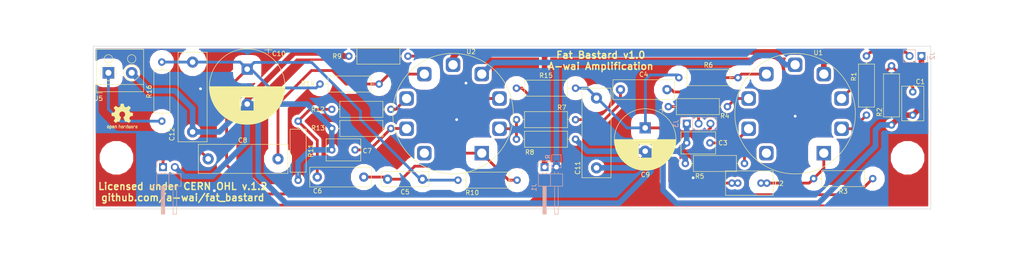
<source format=kicad_pcb>
(kicad_pcb (version 20171130) (host pcbnew 5.0.2+dfsg1-1)
  (layers (0 F.Cu signal) (31 B.Cu signal) (34 B.Paste user) (35 F.Paste user) (36 B.SilkS user) (37 F.SilkS user) (38 B.Mask user) (39 F.Mask user) (44 Edge.Cuts user))
  (net 0 "")
  (net 1 GNDA)
  (net 2 "Net-(C1-Pad2)")
  (net 3 "Net-(C2-Pad1)")
  (net 4 /HT1)
  (net 5 "Net-(C3-Pad2)")
  (net 6 /HT2)
  (net 7 "Net-(C4-Pad1)")
  (net 8 B+)
  (net 9 /HT3)
  (net 10 "Net-(C6-Pad1)")
  (net 11 "Net-(C7-Pad2)")
  (net 12 "Net-(C8-Pad1)")
  (net 13 /HT4)
  (net 14 C+)
  (net 15 +12V)
  (net 16 GND)
  (net 17 "Net-(J2-Pad2)")
  (net 18 "Net-(J3-Pad2)")
  (net 19 "Net-(J5-Pad1)")
  (net 20 "Net-(R1-Pad1)")
  (net 21 "Net-(R4-Pad1)")
  (net 22 "Net-(R7-Pad2)")
  (net 23 "Net-(R9-Pad1)")
  (net 24 "Net-(R12-Pad1)")
  (net 25 "Net-(R17-Pad1)")
  (module ProjectLib:Valve_Noval-B9A_Belton-VT9-PT_Socket (layer F.Cu) (at 217 83 180)
    (fp_text reference U1 (at 1.2016 21.5828 180) (layer F.SilkS))
    (fp_text value ECC83)
    (pad 9 thru_hole roundrect (at 12.34 0 180) (size 3.1 3.1) (drill 2) (layers *.Cu *.Mask))
    (pad 8 thru_hole roundrect (at 16.16 5.25 180) (size 3.1 3.1) (drill 2) (layers *.Cu *.Mask) (net 5 "Net-(C3-Pad2)"))
    (pad 7 thru_hole roundrect (at 16.16 11.74 180) (size 3.1 3.1) (drill 2) (layers *.Cu *.Mask) (net 21 "Net-(R4-Pad1)"))
    (pad 6 thru_hole roundrect (at 12.34 16.99 180) (size 3.1 3.1) (drill 2) (layers *.Cu *.Mask) (net 6 /HT2))
    (pad 5 thru_hole roundrect (at 6.17 18.99 180) (size 3.1 3.1) (drill 2) (layers *.Cu *.Mask) (net 25 "Net-(R17-Pad1)"))
    (pad 4 thru_hole roundrect (at 0 16.99 180) (size 3.1 3.1) (drill 2) (layers *.Cu *.Mask) (net 15 +12V))
    (pad 3 thru_hole roundrect (at -3.81 11.74 180) (size 3.1 3.1) (drill 2) (layers *.Cu *.Mask) (net 2 "Net-(C1-Pad2)"))
    (pad 2 thru_hole roundrect (at -3.81 5.25 180) (size 3.1 3.1) (drill 2) (layers *.Cu *.Mask) (net 20 "Net-(R1-Pad1)"))
    (pad 1 thru_hole rect (at 0 0 180) (size 3.1 3.1) (drill 2) (layers *.Cu *.Mask) (net 4 /HT1))
  )
  (module ProjectLib:Valve_Noval-B9A_Belton-VT9-PT_Socket (layer F.Cu) (at 143.5 83 180)
    (fp_text reference U2 (at 2.3014 21.8114 180) (layer F.SilkS))
    (fp_text value ECC83)
    (pad 9 thru_hole roundrect (at 12.34 0 180) (size 3.1 3.1) (drill 2) (layers *.Cu *.Mask))
    (pad 8 thru_hole roundrect (at 16.16 5.25 180) (size 3.1 3.1) (drill 2) (layers *.Cu *.Mask) (net 11 "Net-(C7-Pad2)"))
    (pad 7 thru_hole roundrect (at 16.16 11.74 180) (size 3.1 3.1) (drill 2) (layers *.Cu *.Mask) (net 24 "Net-(R12-Pad1)"))
    (pad 6 thru_hole roundrect (at 12.34 16.99 180) (size 3.1 3.1) (drill 2) (layers *.Cu *.Mask) (net 13 /HT4))
    (pad 5 thru_hole roundrect (at 6.17 18.99 180) (size 3.1 3.1) (drill 2) (layers *.Cu *.Mask) (net 15 +12V))
    (pad 4 thru_hole roundrect (at 0 16.99 180) (size 3.1 3.1) (drill 2) (layers *.Cu *.Mask) (net 25 "Net-(R17-Pad1)"))
    (pad 3 thru_hole roundrect (at -3.81 11.74 180) (size 3.1 3.1) (drill 2) (layers *.Cu *.Mask) (net 23 "Net-(R9-Pad1)"))
    (pad 2 thru_hole roundrect (at -3.81 5.25 180) (size 3.1 3.1) (drill 2) (layers *.Cu *.Mask) (net 22 "Net-(R7-Pad2)"))
    (pad 1 thru_hole rect (at 0 0 180) (size 3.1 3.1) (drill 2) (layers *.Cu *.Mask) (net 9 /HT3))
  )
  (module MountingHole:MountingHole_3.2mm_M3 (layer F.Cu) (at 235 84)
    (fp_text reference DR1 hide)
    (fp_text value FIX)
    (pad "" np_thru_hole circle (at 0 0) (size 3.2 3.2) (drill 3.2) (layers *.Cu *.Mask) (clearance 2))
  )
  (module MountingHole:MountingHole_3.2mm_M3 (layer F.Cu) (at 65 84)
    (fp_text reference DR1 hide)
    (fp_text value FIX)
    (pad "" np_thru_hole circle (at 0 0) (size 3.2 3.2) (drill 3.2) (layers *.Cu *.Mask) (clearance 2))
  )
  (module Capacitor_THT:C_Rect_L10.0mm_W5.0mm_P5.00mm_P7.50mm (layer F.Cu) (at 197.2564 89.4334)
    (fp_text reference C2 (at 10.1346 0.0762) (layer F.SilkS))
    (fp_text value 500p)
    (pad 1 thru_hole circle (at 1.25 0) (size 1.6 1.6) (drill 0.8) (layers *.Cu *.Mask) (net 3 "Net-(C2-Pad1)"))
    (pad 2 thru_hole circle (at 6.25 0) (size 1.6 1.6) (drill 0.8) (layers *.Cu *.Mask) (net 4 /HT1))
    (pad 1 thru_hole circle (at 0 0) (size 1.6 1.6) (drill 0.8) (layers *.Cu *.Mask) (net 3 "Net-(C2-Pad1)"))
    (pad 2 thru_hole circle (at 7.5 0) (size 1.6 1.6) (drill 0.8) (layers *.Cu *.Mask) (net 4 /HT1))
  )
  (module Connector_PinHeader_2.54mm:PinHeader_1x02_P2.54mm_Horizontal (layer B.Cu) (at 157 86 270)
    (fp_text reference J1 (at 4.385 2.27 270) (layer B.SilkS) (effects (justify mirror)))
    (fp_text value LD_12V)
    (pad 1 thru_hole rect (at 0 0 270) (size 1.7 1.7) (drill 1) (layers *.Cu *.Mask) (net 15 +12V))
    (pad 2 thru_hole oval (at 0 -2.54 270) (size 1.7 1.7) (drill 1) (layers *.Cu *.Mask) (net 16 GND))
  )
  (module Connector_PinHeader_2.54mm:PinHeader_1x02_P2.54mm_Vertical (layer B.Cu) (at 237.9726 62.1284 90)
    (fp_text reference J2 (at 0 2.33 90) (layer B.SilkS) (effects (justify mirror)))
    (fp_text value LD_IN)
    (pad 1 thru_hole rect (at 0 0 90) (size 1.7 1.7) (drill 1) (layers *.Cu *.Mask) (net 1 GNDA))
    (pad 2 thru_hole oval (at 0 -2.54 90) (size 1.7 1.7) (drill 1) (layers *.Cu *.Mask) (net 17 "Net-(J2-Pad2)"))
  )
  (module Connector_PinHeader_2.54mm:PinHeader_1x03_P2.54mm_Vertical (layer B.Cu) (at 187.5536 76.6572 270)
    (fp_text reference J3 (at 0 2.33 270) (layer B.SilkS) (effects (justify mirror)))
    (fp_text value LD_GAIN)
    (pad 1 thru_hole rect (at 0 0 270) (size 1.7 1.7) (drill 1) (layers *.Cu *.Mask) (net 1 GNDA))
    (pad 2 thru_hole oval (at 0 -2.54 270) (size 1.7 1.7) (drill 1) (layers *.Cu *.Mask) (net 18 "Net-(J3-Pad2)"))
    (pad 3 thru_hole oval (at 0 -5.08 270) (size 1.7 1.7) (drill 1) (layers *.Cu *.Mask) (net 3 "Net-(C2-Pad1)"))
  )
  (module Connector_PinHeader_2.54mm:PinHeader_1x02_P2.54mm_Horizontal (layer B.Cu) (at 75 86 270)
    (fp_text reference J4 (at 4.385 2.27 270) (layer B.SilkS) (effects (justify mirror)))
    (fp_text value LD_OUT)
    (pad 2 thru_hole oval (at 0 -2.54 270) (size 1.7 1.7) (drill 1) (layers *.Cu *.Mask) (net 1 GNDA))
    (pad 1 thru_hole rect (at 0 0 270) (size 1.7 1.7) (drill 1) (layers *.Cu *.Mask) (net 12 "Net-(C8-Pad1)"))
  )
  (module Resistor_THT:R_Axial_DIN0309_L9.0mm_D3.2mm_P12.70mm_Horizontal (layer F.Cu) (at 226.1616 74.8284 90)
    (fp_text reference R1 (at 8.2804 -2.7178 90) (layer F.SilkS))
    (fp_text value 68k)
    (pad 1 thru_hole circle (at 0 0 90) (size 1.6 1.6) (drill 0.8) (layers *.Cu *.Mask) (net 20 "Net-(R1-Pad1)"))
    (pad 2 thru_hole oval (at 12.7 0 90) (size 1.6 1.6) (drill 0.8) (layers *.Cu *.Mask) (net 17 "Net-(J2-Pad2)"))
  )
  (module Resistor_THT:R_Axial_DIN0309_L9.0mm_D3.2mm_P12.70mm_Horizontal (layer F.Cu) (at 231.5464 64.2366 270)
    (fp_text reference R2 (at 9.9568 2.5908 270) (layer F.SilkS))
    (fp_text value 1.8k)
    (pad 2 thru_hole oval (at 12.7 0 270) (size 1.6 1.6) (drill 0.8) (layers *.Cu *.Mask) (net 1 GNDA))
    (pad 1 thru_hole circle (at 0 0 270) (size 1.6 1.6) (drill 0.8) (layers *.Cu *.Mask) (net 2 "Net-(C1-Pad2)"))
  )
  (module Resistor_THT:R_Axial_DIN0309_L9.0mm_D3.2mm_P12.70mm_Horizontal (layer F.Cu) (at 227.5078 88.4682 180)
    (fp_text reference R3 (at 6.35 -2.72 180) (layer F.SilkS))
    (fp_text value 220k)
    (pad 2 thru_hole oval (at 12.7 0 180) (size 1.6 1.6) (drill 0.8) (layers *.Cu *.Mask) (net 4 /HT1))
    (pad 1 thru_hole circle (at 0 0 180) (size 1.6 1.6) (drill 0.8) (layers *.Cu *.Mask) (net 14 C+))
  )
  (module Resistor_THT:R_Axial_DIN0309_L9.0mm_D3.2mm_P12.70mm_Horizontal (layer F.Cu) (at 196.2912 72.9996 180)
    (fp_text reference R4 (at 0.5588 -2.0066 180) (layer F.SilkS))
    (fp_text value 470k)
    (pad 2 thru_hole oval (at 12.7 0 180) (size 1.6 1.6) (drill 0.8) (layers *.Cu *.Mask) (net 18 "Net-(J3-Pad2)"))
    (pad 1 thru_hole circle (at 0 0 180) (size 1.6 1.6) (drill 0.8) (layers *.Cu *.Mask) (net 21 "Net-(R4-Pad1)"))
  )
  (module Resistor_THT:R_Axial_DIN0309_L9.0mm_D3.2mm_P12.70mm_Horizontal (layer F.Cu) (at 199.9488 85.217 180)
    (fp_text reference R5 (at 9.6266 -2.7432 180) (layer F.SilkS))
    (fp_text value 1.8k)
    (pad 2 thru_hole oval (at 12.7 0 180) (size 1.6 1.6) (drill 0.8) (layers *.Cu *.Mask) (net 1 GNDA))
    (pad 1 thru_hole circle (at 0 0 180) (size 1.6 1.6) (drill 0.8) (layers *.Cu *.Mask) (net 5 "Net-(C3-Pad2)"))
  )
  (module Resistor_THT:R_Axial_DIN0309_L9.0mm_D3.2mm_P12.70mm_Horizontal (layer F.Cu) (at 185.8518 66.7766)
    (fp_text reference R6 (at 6.35 -2.72) (layer F.SilkS))
    (fp_text value 100k)
    (pad 1 thru_hole circle (at 0 0) (size 1.6 1.6) (drill 0.8) (layers *.Cu *.Mask) (net 14 C+))
    (pad 2 thru_hole oval (at 12.7 0) (size 1.6 1.6) (drill 0.8) (layers *.Cu *.Mask) (net 6 /HT2))
  )
  (module Resistor_THT:R_Axial_DIN0309_L9.0mm_D3.2mm_P12.70mm_Horizontal (layer F.Cu) (at 163.6522 75.7936 180)
    (fp_text reference R7 (at 2.9464 2.5908 180) (layer F.SilkS))
    (fp_text value 470k)
    (pad 2 thru_hole oval (at 12.7 0 180) (size 1.6 1.6) (drill 0.8) (layers *.Cu *.Mask) (net 22 "Net-(R7-Pad2)"))
    (pad 1 thru_hole circle (at 0 0 180) (size 1.6 1.6) (drill 0.8) (layers *.Cu *.Mask) (net 7 "Net-(C4-Pad1)"))
  )
  (module Resistor_THT:R_Axial_DIN0309_L9.0mm_D3.2mm_P12.70mm_Horizontal (layer F.Cu) (at 150.9522 80.01)
    (fp_text reference R8 (at 2.8448 2.794) (layer F.SilkS))
    (fp_text value 1M)
    (pad 2 thru_hole oval (at 12.7 0) (size 1.6 1.6) (drill 0.8) (layers *.Cu *.Mask) (net 1 GNDA))
    (pad 1 thru_hole circle (at 0 0) (size 1.6 1.6) (drill 0.8) (layers *.Cu *.Mask) (net 22 "Net-(R7-Pad2)"))
  )
  (module Resistor_THT:R_Axial_DIN0309_L9.0mm_D3.2mm_P12.70mm_Horizontal (layer F.Cu) (at 127.635 62.1538 180)
    (fp_text reference R9 (at 15.24 -0.0254 180) (layer F.SilkS))
    (fp_text value 27k)
    (pad 1 thru_hole circle (at 0 0 180) (size 1.6 1.6) (drill 0.8) (layers *.Cu *.Mask) (net 23 "Net-(R9-Pad1)"))
    (pad 2 thru_hole oval (at 12.7 0 180) (size 1.6 1.6) (drill 0.8) (layers *.Cu *.Mask) (net 1 GNDA))
  )
  (module Resistor_THT:R_Axial_DIN0309_L9.0mm_D3.2mm_P12.70mm_Horizontal (layer F.Cu) (at 138.3792 88.7984)
    (fp_text reference R10 (at 3.0734 2.6924) (layer F.SilkS))
    (fp_text value 100k)
    (pad 1 thru_hole circle (at 0 0) (size 1.6 1.6) (drill 0.8) (layers *.Cu *.Mask) (net 8 B+))
    (pad 2 thru_hole oval (at 12.7 0) (size 1.6 1.6) (drill 0.8) (layers *.Cu *.Mask) (net 9 /HT3))
  )
  (module Resistor_THT:R_Axial_DIN0309_L9.0mm_D3.2mm_P12.70mm_Horizontal (layer F.Cu) (at 104.0384 76.1238 270)
    (fp_text reference R11 (at 6.35 -2.72 270) (layer F.SilkS))
    (fp_text value 330k)
    (pad 1 thru_hole circle (at 0 0 270) (size 1.6 1.6) (drill 0.8) (layers *.Cu *.Mask) (net 10 "Net-(C6-Pad1)"))
    (pad 2 thru_hole oval (at 12.7 0 270) (size 1.6 1.6) (drill 0.8) (layers *.Cu *.Mask) (net 1 GNDA))
  )
  (module Resistor_THT:R_Axial_DIN0309_L9.0mm_D3.2mm_P12.70mm_Horizontal (layer F.Cu) (at 123.9774 73.5838 180)
    (fp_text reference R12 (at 15.6972 -0.0254 180) (layer F.SilkS))
    (fp_text value 220k)
    (pad 2 thru_hole oval (at 12.7 0 180) (size 1.6 1.6) (drill 0.8) (layers *.Cu *.Mask) (net 10 "Net-(C6-Pad1)"))
    (pad 1 thru_hole circle (at 0 0 180) (size 1.6 1.6) (drill 0.8) (layers *.Cu *.Mask) (net 24 "Net-(R12-Pad1)"))
  )
  (module Resistor_THT:R_Axial_DIN0309_L9.0mm_D3.2mm_P12.70mm_Horizontal (layer F.Cu) (at 123.9774 77.6986 180)
    (fp_text reference R13 (at 15.6718 0.1016 180) (layer F.SilkS))
    (fp_text value 1.8k)
    (pad 1 thru_hole circle (at 0 0 180) (size 1.6 1.6) (drill 0.8) (layers *.Cu *.Mask) (net 11 "Net-(C7-Pad2)"))
    (pad 2 thru_hole oval (at 12.7 0 180) (size 1.6 1.6) (drill 0.8) (layers *.Cu *.Mask) (net 1 GNDA))
  )
  (module Resistor_THT:R_Axial_DIN0309_L9.0mm_D3.2mm_P12.70mm_Horizontal (layer F.Cu) (at 108.7374 68.1482)
    (fp_text reference R14 (at -2.6162 -0.0762) (layer F.SilkS))
    (fp_text value 220k)
    (pad 1 thru_hole circle (at 0 0) (size 1.6 1.6) (drill 0.8) (layers *.Cu *.Mask) (net 8 B+))
    (pad 2 thru_hole oval (at 12.7 0) (size 1.6 1.6) (drill 0.8) (layers *.Cu *.Mask) (net 13 /HT4))
  )
  (module Resistor_THT:R_Axial_DIN0309_L9.0mm_D3.2mm_P12.70mm_Horizontal (layer F.Cu) (at 150.9522 69.0372)
    (fp_text reference R15 (at 6.35 -2.72) (layer F.SilkS))
    (fp_text value 2.2k)
    (pad 2 thru_hole oval (at 12.7 0) (size 1.6 1.6) (drill 0.8) (layers *.Cu *.Mask) (net 14 C+))
    (pad 1 thru_hole circle (at 0 0) (size 1.6 1.6) (drill 0.8) (layers *.Cu *.Mask) (net 8 B+))
  )
  (module Resistor_THT:R_Axial_DIN0309_L9.0mm_D3.2mm_P12.70mm_Horizontal (layer F.Cu) (at 74.7522 76.1238 90)
    (fp_text reference R16 (at 6.35 -2.72 90) (layer F.SilkS))
    (fp_text value 1k)
    (pad 1 thru_hole circle (at 0 0 90) (size 1.6 1.6) (drill 0.8) (layers *.Cu *.Mask) (net 19 "Net-(J5-Pad1)"))
    (pad 2 thru_hole oval (at 12.7 0 90) (size 1.6 1.6) (drill 0.8) (layers *.Cu *.Mask) (net 8 B+))
  )
  (module TerminalBlock_RND:TerminalBlock_RND_205-00001_1x02_P5.00mm_Horizontal (layer F.Cu) (at 63.2714 65.7352)
    (fp_text reference J5 (at -2.032 5.5118) (layer F.SilkS))
    (fp_text value HT_IN)
    (pad 2 thru_hole circle (at 5 0) (size 2.5 2.5) (drill 1.3) (layers *.Cu *.Mask) (net 1 GNDA))
    (pad 1 thru_hole rect (at 0 0) (size 2.5 2.5) (drill 1.3) (layers *.Cu *.Mask) (net 19 "Net-(J5-Pad1)"))
  )
  (module Capacitor_THT:C_Rect_L7.2mm_W4.5mm_P5.00mm_FKS2_FKP2_MKS2_MKP2 (layer F.Cu) (at 236.1184 74.8284 90)
    (fp_text reference C1 (at 7.1882 1.6256 180) (layer F.SilkS))
    (fp_text value 1µ)
    (pad 1 thru_hole circle (at 0 0 90) (size 1.6 1.6) (drill 0.8) (layers *.Cu *.Mask) (net 1 GNDA))
    (pad 2 thru_hole circle (at 5 0 90) (size 1.6 1.6) (drill 0.8) (layers *.Cu *.Mask) (net 2 "Net-(C1-Pad2)"))
  )
  (module Capacitor_THT:C_Rect_L7.2mm_W4.5mm_P5.00mm_FKS2_FKP2_MKS2_MKP2 (layer F.Cu) (at 187.5282 80.7974)
    (fp_text reference C3 (at 7.7978 0) (layer F.SilkS))
    (fp_text value 1µ)
    (pad 1 thru_hole circle (at 0 0) (size 1.6 1.6) (drill 0.8) (layers *.Cu *.Mask) (net 1 GNDA))
    (pad 2 thru_hole circle (at 5 0) (size 1.6 1.6) (drill 0.8) (layers *.Cu *.Mask) (net 5 "Net-(C3-Pad2)"))
  )
  (module Capacitor_THT:C_Rect_L7.2mm_W4.5mm_P5.00mm_FKS2_FKP2_MKS2_MKP2 (layer F.Cu) (at 111.2774 82.296)
    (fp_text reference C7 (at 7.62 0.2032) (layer F.SilkS))
    (fp_text value 1µ)
    (pad 2 thru_hole circle (at 5 0) (size 1.6 1.6) (drill 0.8) (layers *.Cu *.Mask) (net 11 "Net-(C7-Pad2)"))
    (pad 1 thru_hole circle (at 0 0) (size 1.6 1.6) (drill 0.8) (layers *.Cu *.Mask) (net 1 GNDA))
  )
  (module Capacitor_THT:C_Rect_L13.0mm_W4.0mm_P10.00mm_FKS3_FKP3_MKS4 (layer F.Cu) (at 173.3042 69.342)
    (fp_text reference C4 (at 5 -3.25) (layer F.SilkS))
    (fp_text value 22n)
    (pad 2 thru_hole circle (at 10 0) (size 2 2) (drill 1) (layers *.Cu *.Mask) (net 6 /HT2))
    (pad 1 thru_hole circle (at 0 0) (size 2 2) (drill 1) (layers *.Cu *.Mask) (net 7 "Net-(C4-Pad1)"))
  )
  (module Capacitor_THT:C_Rect_L10.0mm_W3.0mm_P7.50mm_MKS4 (layer F.Cu) (at 130.7592 88.5952 180)
    (fp_text reference C5 (at 3.75 -2.75 180) (layer F.SilkS))
    (fp_text value 1n)
    (pad 1 thru_hole circle (at 0 0 180) (size 2 2) (drill 1) (layers *.Cu *.Mask) (net 8 B+))
    (pad 2 thru_hole circle (at 7.5 0 180) (size 2 2) (drill 1) (layers *.Cu *.Mask) (net 9 /HT3))
  )
  (module Capacitor_THT:C_Rect_L13.0mm_W4.0mm_P10.00mm_FKS3_FKP3_MKS4 (layer F.Cu) (at 108.1532 88.138)
    (fp_text reference C6 (at 0.0508 2.9972) (layer F.SilkS))
    (fp_text value 22n)
    (pad 1 thru_hole circle (at 0 0) (size 2 2) (drill 1) (layers *.Cu *.Mask) (net 10 "Net-(C6-Pad1)"))
    (pad 2 thru_hole circle (at 10 0) (size 2 2) (drill 1) (layers *.Cu *.Mask) (net 9 /HT3))
  )
  (module Capacitor_THT:C_Rect_L19.0mm_W6.0mm_P15.00mm_MKS4 (layer F.Cu) (at 84.709 84.2264)
    (fp_text reference C8 (at 7.4168 -3.9878) (layer F.SilkS))
    (fp_text value 100n)
    (pad 1 thru_hole circle (at 0 0) (size 2.4 2.4) (drill 1.2) (layers *.Cu *.Mask) (net 12 "Net-(C8-Pad1)"))
    (pad 2 thru_hole circle (at 15 0) (size 2.4 2.4) (drill 1.2) (layers *.Cu *.Mask) (net 13 /HT4))
  )
  (module Capacitor_THT:CP_Radial_D13.0mm_P5.00mm (layer F.Cu) (at 178.6128 77.5716 270)
    (fp_text reference C9 (at 10.0584 -0.0508) (layer F.SilkS))
    (fp_text value 10µ/450V)
    (pad 1 thru_hole rect (at 0 0 270) (size 2.4 2.4) (drill 1.2) (layers *.Cu *.Mask) (net 14 C+))
    (pad 2 thru_hole circle (at 5 0 270) (size 2.4 2.4) (drill 1.2) (layers *.Cu *.Mask) (net 1 GNDA))
  )
  (module Capacitor_THT:CP_Radial_D16.0mm_P7.50mm (layer F.Cu) (at 93.091 64.9478 270)
    (fp_text reference C10 (at -3.3274 -6.8072) (layer F.SilkS))
    (fp_text value 33µ/450V)
    (pad 1 thru_hole rect (at 0 0 270) (size 2.4 2.4) (drill 1.2) (layers *.Cu *.Mask) (net 8 B+))
    (pad 2 thru_hole circle (at 7.5 0 270) (size 2.4 2.4) (drill 1.2) (layers *.Cu *.Mask) (net 1 GNDA))
  )
  (module Capacitor_THT:C_Rect_L19.0mm_W6.0mm_P15.00mm_MKS4 (layer F.Cu) (at 168.148 86.1568 90)
    (fp_text reference C11 (at -0.0254 -4.0386 90) (layer F.SilkS))
    (fp_text value 100n)
    (pad 2 thru_hole circle (at 15 0 90) (size 2.4 2.4) (drill 1.2) (layers *.Cu *.Mask) (net 14 C+))
    (pad 1 thru_hole circle (at 0 0 90) (size 2.4 2.4) (drill 1.2) (layers *.Cu *.Mask) (net 1 GNDA))
  )
  (module Capacitor_THT:C_Rect_L19.0mm_W6.0mm_P15.00mm_MKS4 (layer F.Cu) (at 81.3562 78.4352 90)
    (fp_text reference C12 (at -0.508 -4.445 90) (layer F.SilkS))
    (fp_text value 100n)
    (pad 1 thru_hole circle (at 0 0 90) (size 2.4 2.4) (drill 1.2) (layers *.Cu *.Mask) (net 1 GNDA))
    (pad 2 thru_hole circle (at 15 0 90) (size 2.4 2.4) (drill 1.2) (layers *.Cu *.Mask) (net 8 B+))
  )
  (module Jumper:SolderJumper-2_P1.3mm_Bridged2Bar_Pad1.0x1.5mm (layer B.Cu) (at 159.5374 84.7344 270)
    (fp_text reference R17 (at 0 1.8 270) (layer B.SilkS) (effects (justify mirror)))
    (fp_text value 0R)
    (pad 1 smd custom (at -0.65 0 270) (size 1 1.5) (layers B.Cu B.Mask) (net 25 "Net-(R17-Pad1)") (options (clearance outline) (anchor rect)) (primitives (gr_poly (pts (xy 0.4 -0.2) (xy 0.9 -0.2) (xy 0.9 -0.6) (xy 0.4 -0.6)) (width 0)) (gr_poly (pts (xy 0.4 0.6) (xy 0.9 0.6) (xy 0.9 0.2) (xy 0.4 0.2)) (width 0))))
    (pad 2 smd rect (at 0.65 0 270) (size 1 1.5) (layers B.Cu B.Mask) (net 16 GND))
  )
  (module Symbol:OSHW-Logo2_7.3x6mm_SilkScreen (layer F.Cu) (at 66.2432 75.1332)
    (fp_text reference REF** hide)
    (fp_text value OSHW-Logo2_7.3x6mm_SilkScreen hide)
  )
  (gr_text "Licensed under CERN OHL v.1.2\ngithub.com/a-wai/fat_bastard" (at 79.248 91.3384) (layer F.SilkS) (effects (font (size 1.5 1.5) (thickness 0.3))))
  (gr_text "Fat Bastard v1.0\nA-wai Amplification" (at 169.0624 63.119) (layer F.SilkS) (effects (font (size 1.5 1.5) (thickness 0.3))))
  (gr_line (start 60 95) (end 60 60) (layer Edge.Cuts) (width 0.1))
  (gr_line (start 240 95) (end 60 95) (layer Edge.Cuts) (width 0.1))
  (gr_line (start 240 60) (end 240 95) (layer Edge.Cuts) (width 0.1))
  (gr_line (start 60 60) (end 240 60) (layer Edge.Cuts) (width 0.1))
  (segment (start 81.3562 78.4352) (end 81.3562 73.3806) (width 1.2) (layer B.Cu) (net 1))
  (segment (start 81.3562 73.3806) (end 77.5716 69.596) (width 1.2) (layer B.Cu) (net 1))
  (segment (start 72.1322 69.596) (end 68.2714 65.7352) (width 1.2) (layer B.Cu) (net 1))
  (segment (start 77.5716 69.596) (end 72.1322 69.596) (width 1.2) (layer B.Cu) (net 1))
  (segment (start 87.1036 78.4352) (end 93.091 72.4478) (width 1.2) (layer B.Cu) (net 1))
  (segment (start 81.3562 78.4352) (end 87.1036 78.4352) (width 1.2) (layer B.Cu) (net 1))
  (segment (start 95.4532 87.7824) (end 95.4532 74.81) (width 1.2) (layer B.Cu) (net 1))
  (segment (start 101.42079 93.74999) (end 95.4532 87.7824) (width 1.2) (layer B.Cu) (net 1))
  (segment (start 95.4532 74.81) (end 93.091 72.4478) (width 1.2) (layer B.Cu) (net 1))
  (segment (start 173.00081 93.74999) (end 101.42079 93.74999) (width 1.2) (layer B.Cu) (net 1))
  (segment (start 179.8574 82.5716) (end 179.8574 86.8934) (width 1.2) (layer B.Cu) (net 1))
  (segment (start 179.8574 86.8934) (end 173.00081 93.74999) (width 1.2) (layer B.Cu) (net 1))
  (segment (start 79.5256 87.9856) (end 77.54 86) (width 1.2) (layer B.Cu) (net 1))
  (segment (start 85.6234 87.9856) (end 79.5256 87.9856) (width 1.2) (layer B.Cu) (net 1))
  (segment (start 93.091 72.4478) (end 93.091 80.518) (width 1.2) (layer B.Cu) (net 1))
  (segment (start 93.091 80.518) (end 85.6234 87.9856) (width 1.2) (layer B.Cu) (net 1))
  (segment (start 164.452199 80.809999) (end 163.6522 80.01) (width 1.2) (layer B.Cu) (net 1))
  (segment (start 179.8574 82.5716) (end 166.2138 82.5716) (width 1.2) (layer B.Cu) (net 1))
  (segment (start 166.2138 82.5716) (end 164.452199 80.809999) (width 1.2) (layer B.Cu) (net 1))
  (segment (start 176.2722 86.1568) (end 179.8574 82.5716) (width 1.2) (layer B.Cu) (net 1))
  (segment (start 168.148 86.1568) (end 176.2722 86.1568) (width 1.2) (layer B.Cu) (net 1))
  (segment (start 184.9844 82.5716) (end 179.8574 82.5716) (width 1.2) (layer B.Cu) (net 1))
  (segment (start 187.2488 85.217) (end 187.2488 84.08563) (width 1.2) (layer B.Cu) (net 1))
  (segment (start 185.73477 82.5716) (end 184.9844 82.5716) (width 1.2) (layer B.Cu) (net 1))
  (segment (start 187.2488 84.08563) (end 185.73477 82.5716) (width 1.2) (layer B.Cu) (net 1))
  (segment (start 186.708971 81.597399) (end 185.73477 82.5716) (width 1.2) (layer B.Cu) (net 1))
  (segment (start 187.5282 80.7974) (end 186.728201 81.597399) (width 1.2) (layer B.Cu) (net 1))
  (segment (start 186.728201 81.597399) (end 186.708971 81.597399) (width 1.2) (layer B.Cu) (net 1))
  (segment (start 187.5282 76.6826) (end 187.5536 76.6572) (width 1.2) (layer B.Cu) (net 1))
  (segment (start 187.5282 80.7974) (end 187.5282 76.6826) (width 1.2) (layer B.Cu) (net 1))
  (segment (start 93.091 71.5264) (end 93.091 72.4478) (width 1.2) (layer F.Cu) (net 1))
  (segment (start 103.1494 61.468) (end 93.091 71.5264) (width 1.2) (layer F.Cu) (net 1))
  (segment (start 113.11783 61.468) (end 103.1494 61.468) (width 1.2) (layer F.Cu) (net 1))
  (segment (start 113.80363 62.1538) (end 113.11783 61.468) (width 1.2) (layer F.Cu) (net 1))
  (segment (start 114.935 62.1538) (end 113.80363 62.1538) (width 1.2) (layer F.Cu) (net 1))
  (segment (start 106.0266 72.4478) (end 111.2774 77.6986) (width 1.2) (layer B.Cu) (net 1))
  (segment (start 93.091 72.4478) (end 106.0266 72.4478) (width 1.2) (layer B.Cu) (net 1))
  (segment (start 111.2774 77.6986) (end 111.2774 82.296) (width 1.2) (layer B.Cu) (net 1))
  (segment (start 104.0384 88.8238) (end 104.0384 84.9122) (width 1.2) (layer B.Cu) (net 1))
  (segment (start 106.6546 82.296) (end 111.2774 82.296) (width 1.2) (layer B.Cu) (net 1))
  (segment (start 104.0384 84.9122) (end 106.6546 82.296) (width 1.2) (layer B.Cu) (net 1))
  (segment (start 237.9726 64.1784) (end 238.5822 64.788) (width 1.2) (layer F.Cu) (net 1))
  (segment (start 237.9726 62.1284) (end 237.9726 64.1784) (width 1.2) (layer F.Cu) (net 1))
  (segment (start 238.5822 72.3646) (end 236.1184 74.8284) (width 1.2) (layer F.Cu) (net 1))
  (segment (start 238.5822 64.788) (end 238.5822 72.3646) (width 1.2) (layer F.Cu) (net 1))
  (segment (start 233.6546 74.8284) (end 231.5464 76.9366) (width 1.2) (layer F.Cu) (net 1))
  (segment (start 236.1184 74.8284) (end 233.6546 74.8284) (width 1.2) (layer F.Cu) (net 1))
  (segment (start 229.1842 76.9366) (end 231.5464 76.9366) (width 1.2) (layer B.Cu) (net 1))
  (segment (start 228.1174 78.0034) (end 229.1842 76.9366) (width 1.2) (layer B.Cu) (net 1))
  (segment (start 182.4482 85.1624) (end 182.4482 90.9574) (width 1.2) (layer B.Cu) (net 1))
  (segment (start 179.8574 82.5716) (end 182.4482 85.1624) (width 1.2) (layer B.Cu) (net 1))
  (segment (start 182.4482 90.9574) (end 185.24079 93.74999) (width 1.2) (layer B.Cu) (net 1))
  (segment (start 215.85061 93.74999) (end 228.1174 81.4832) (width 1.2) (layer B.Cu) (net 1))
  (segment (start 185.24079 93.74999) (end 215.85061 93.74999) (width 1.2) (layer B.Cu) (net 1))
  (segment (start 228.1174 81.4832) (end 228.1174 78.0034) (width 1.2) (layer B.Cu) (net 1))
  (segment (start 231.5464 64.2366) (end 227.8126 67.9704) (width 0.6) (layer F.Cu) (net 2))
  (segment (start 224.0996 67.9704) (end 220.81 71.26) (width 0.6) (layer F.Cu) (net 2))
  (segment (start 227.8126 67.9704) (end 224.0996 67.9704) (width 0.6) (layer F.Cu) (net 2))
  (segment (start 236.1184 68.8086) (end 236.1184 69.8284) (width 0.6) (layer F.Cu) (net 2))
  (segment (start 231.5464 64.2366) (end 236.1184 68.8086) (width 0.6) (layer F.Cu) (net 2))
  (segment (start 189.992 80.2386) (end 189.992 84.0994) (width 0.6) (layer F.Cu) (net 3))
  (segment (start 192.6336 76.6572) (end 192.6336 77.597) (width 0.6) (layer F.Cu) (net 3))
  (segment (start 192.6336 77.597) (end 189.992 80.2386) (width 0.6) (layer F.Cu) (net 3))
  (segment (start 195.326 89.4334) (end 189.992 84.0994) (width 0.6) (layer F.Cu) (net 3))
  (segment (start 198.5064 89.4334) (end 195.326 89.4334) (width 0.6) (layer F.Cu) (net 3))
  (segment (start 217 86.276) (end 214.8078 88.4682) (width 0.6) (layer F.Cu) (net 4))
  (segment (start 217 83) (end 217 86.276) (width 0.6) (layer F.Cu) (net 4))
  (segment (start 203.5064 89.4334) (end 204.7564 89.4334) (width 0.6) (layer F.Cu) (net 4))
  (segment (start 213.8426 89.4334) (end 214.8078 88.4682) (width 0.6) (layer F.Cu) (net 4))
  (segment (start 204.7564 89.4334) (end 213.8426 89.4334) (width 0.6) (layer F.Cu) (net 4))
  (segment (start 192.5282 80.7974) (end 195.5292 80.7974) (width 0.6) (layer F.Cu) (net 5))
  (segment (start 197.7926 80.7974) (end 200.84 77.75) (width 0.6) (layer F.Cu) (net 5))
  (segment (start 195.5292 80.7974) (end 197.7926 80.7974) (width 0.6) (layer F.Cu) (net 5))
  (segment (start 199.9488 83.0072) (end 199.9488 85.217) (width 0.6) (layer F.Cu) (net 5))
  (segment (start 195.5292 80.7974) (end 197.739 80.7974) (width 0.6) (layer F.Cu) (net 5))
  (segment (start 197.739 80.7974) (end 199.9488 83.0072) (width 0.6) (layer F.Cu) (net 5))
  (segment (start 189.1284 69.85) (end 184.7774 69.85) (width 0.6) (layer F.Cu) (net 6))
  (segment (start 192.2018 66.7766) (end 189.1284 69.85) (width 0.6) (layer F.Cu) (net 6))
  (segment (start 198.5518 66.7766) (end 192.2018 66.7766) (width 0.6) (layer F.Cu) (net 6))
  (segment (start 204.66 66.01) (end 199.3184 66.01) (width 0.6) (layer F.Cu) (net 6))
  (segment (start 184.7774 69.85) (end 184.2694 69.342) (width 0.6) (layer F.Cu) (net 6))
  (segment (start 199.3184 66.01) (end 198.5518 66.7766) (width 0.6) (layer F.Cu) (net 6))
  (segment (start 163.6522 75.7936) (end 169.8498 75.7936) (width 0.6) (layer F.Cu) (net 7))
  (segment (start 173.3042 72.3392) (end 173.3042 69.342) (width 0.6) (layer F.Cu) (net 7))
  (segment (start 169.8498 75.7936) (end 173.3042 72.3392) (width 0.6) (layer F.Cu) (net 7))
  (segment (start 81.3448 63.4238) (end 81.3562 63.4352) (width 0.6) (layer B.Cu) (net 8))
  (segment (start 74.7522 63.4238) (end 81.3448 63.4238) (width 0.6) (layer B.Cu) (net 8))
  (segment (start 91.5784 63.4352) (end 93.091 64.9478) (width 0.6) (layer B.Cu) (net 8))
  (segment (start 81.3562 63.4352) (end 91.5784 63.4352) (width 0.6) (layer B.Cu) (net 8))
  (segment (start 152.146 69.0372) (end 150.9522 69.0372) (width 0.6) (layer F.Cu) (net 8))
  (segment (start 154.8638 71.755) (end 152.146 69.0372) (width 0.6) (layer F.Cu) (net 8))
  (segment (start 154.049999 83.469999) (end 154.8638 82.656198) (width 0.6) (layer F.Cu) (net 8))
  (segment (start 154.8638 82.656198) (end 154.8638 71.755) (width 0.6) (layer F.Cu) (net 8))
  (segment (start 93.091 64.9478) (end 88.6714 69.3674) (width 0.6) (layer F.Cu) (net 8))
  (segment (start 88.6714 69.3674) (end 88.6714 85.5472) (width 0.6) (layer F.Cu) (net 8))
  (segment (start 88.6714 85.5472) (end 94.8944 91.7702) (width 0.6) (layer F.Cu) (net 8))
  (segment (start 94.8944 91.7702) (end 152.273 91.7702) (width 0.6) (layer F.Cu) (net 8))
  (segment (start 152.273 91.7702) (end 154.049999 89.993201) (width 0.6) (layer F.Cu) (net 8))
  (segment (start 154.049999 89.993201) (end 154.049999 83.469999) (width 0.6) (layer F.Cu) (net 8))
  (segment (start 130.9624 88.7984) (end 130.7592 88.5952) (width 0.6) (layer B.Cu) (net 8))
  (segment (start 138.3792 88.7984) (end 130.9624 88.7984) (width 0.6) (layer B.Cu) (net 8))
  (segment (start 93.9292 64.9478) (end 93.091 64.9478) (width 0.6) (layer B.Cu) (net 8))
  (segment (start 97.9678 68.9864) (end 93.9292 64.9478) (width 0.6) (layer B.Cu) (net 8))
  (segment (start 108.7374 68.1482) (end 107.8992 68.9864) (width 0.6) (layer B.Cu) (net 8))
  (segment (start 107.8992 68.9864) (end 97.9678 68.9864) (width 0.6) (layer B.Cu) (net 8))
  (segment (start 93.1418 64.9478) (end 94.5896 63.5) (width 0.6) (layer B.Cu) (net 8))
  (segment (start 106.9594 63.5) (end 117.4242 73.9648) (width 0.6) (layer B.Cu) (net 8))
  (segment (start 130.302 88.5952) (end 130.7592 88.5952) (width 0.6) (layer B.Cu) (net 8))
  (segment (start 93.091 64.9478) (end 93.1418 64.9478) (width 0.6) (layer B.Cu) (net 8))
  (segment (start 94.5896 63.5) (end 106.9594 63.5) (width 0.6) (layer B.Cu) (net 8))
  (segment (start 117.4242 73.9648) (end 117.4242 75.7174) (width 0.6) (layer B.Cu) (net 8))
  (segment (start 117.4242 75.7174) (end 130.302 88.5952) (width 0.6) (layer B.Cu) (net 8))
  (segment (start 136.8116 83) (end 143.5 83) (width 0.6) (layer F.Cu) (net 9))
  (segment (start 134.0104 85.8012) (end 136.8116 83) (width 0.6) (layer F.Cu) (net 9))
  (segment (start 129.0828 85.8012) (end 134.0104 85.8012) (width 0.6) (layer F.Cu) (net 9))
  (segment (start 123.2592 88.5952) (end 126.2888 88.5952) (width 0.6) (layer F.Cu) (net 9))
  (segment (start 126.2888 88.5952) (end 129.0828 85.8012) (width 0.6) (layer F.Cu) (net 9))
  (segment (start 143.5 83.0226) (end 143.5 83) (width 0.6) (layer F.Cu) (net 9))
  (segment (start 151.0792 88.7984) (end 149.2758 88.7984) (width 0.6) (layer F.Cu) (net 9))
  (segment (start 149.2758 88.7984) (end 143.5 83.0226) (width 0.6) (layer F.Cu) (net 9))
  (segment (start 122.802 88.138) (end 123.2592 88.5952) (width 0.6) (layer F.Cu) (net 9))
  (segment (start 118.1532 88.138) (end 122.802 88.138) (width 0.6) (layer F.Cu) (net 9))
  (segment (start 106.5784 73.5838) (end 104.0384 76.1238) (width 0.6) (layer F.Cu) (net 10))
  (segment (start 111.2774 73.5838) (end 106.5784 73.5838) (width 0.6) (layer F.Cu) (net 10))
  (segment (start 108.1532 80.2386) (end 104.0384 76.1238) (width 0.6) (layer F.Cu) (net 10))
  (segment (start 108.1532 88.138) (end 108.1532 80.2386) (width 0.6) (layer F.Cu) (net 10))
  (segment (start 127.2886 77.6986) (end 127.34 77.75) (width 0.6) (layer F.Cu) (net 11))
  (segment (start 123.9774 77.6986) (end 127.2886 77.6986) (width 0.6) (layer F.Cu) (net 11))
  (segment (start 119.38 82.296) (end 123.9774 77.6986) (width 0.6) (layer F.Cu) (net 11))
  (segment (start 116.2774 82.296) (end 119.38 82.296) (width 0.6) (layer F.Cu) (net 11))
  (segment (start 75 84.55) (end 75 86) (width 0.6) (layer F.Cu) (net 12))
  (segment (start 76.619 82.931) (end 75 84.55) (width 0.6) (layer F.Cu) (net 12))
  (segment (start 83.4136 82.931) (end 76.619 82.931) (width 0.6) (layer F.Cu) (net 12))
  (segment (start 84.709 84.2264) (end 83.4136 82.931) (width 0.6) (layer F.Cu) (net 12))
  (segment (start 123.5756 66.01) (end 131.16 66.01) (width 0.6) (layer F.Cu) (net 13))
  (segment (start 121.4374 68.1482) (end 123.5756 66.01) (width 0.6) (layer F.Cu) (net 13))
  (segment (start 106.913001 65.248199) (end 111.425399 65.248199) (width 0.6) (layer F.Cu) (net 13))
  (segment (start 114.3254 68.1482) (end 121.4374 68.1482) (width 0.6) (layer F.Cu) (net 13))
  (segment (start 99.709 84.2264) (end 99.709 72.4522) (width 0.6) (layer F.Cu) (net 13))
  (segment (start 111.425399 65.248199) (end 114.3254 68.1482) (width 0.6) (layer F.Cu) (net 13))
  (segment (start 99.709 72.4522) (end 106.913001 65.248199) (width 0.6) (layer F.Cu) (net 13))
  (segment (start 166.1808 69.0372) (end 163.6522 69.0372) (width 0.6) (layer B.Cu) (net 14))
  (segment (start 185.674 66.1924) (end 179.6796 66.1924) (width 0.6) (layer B.Cu) (net 14))
  (segment (start 178.6636 77.5716) (end 174.7152 77.5716) (width 0.6) (layer B.Cu) (net 14))
  (segment (start 186.2582 66.7766) (end 185.674 66.1924) (width 0.6) (layer B.Cu) (net 14))
  (segment (start 178.6636 67.2084) (end 178.6636 77.5716) (width 0.6) (layer B.Cu) (net 14))
  (segment (start 179.6796 66.1924) (end 178.6636 67.2084) (width 0.6) (layer B.Cu) (net 14))
  (segment (start 174.7152 77.5716) (end 166.1808 69.0372) (width 0.6) (layer B.Cu) (net 14))
  (segment (start 224.0534 91.9226) (end 227.5078 88.4682) (width 0.6) (layer F.Cu) (net 14))
  (segment (start 186.7662 91.9226) (end 224.0534 91.9226) (width 0.6) (layer F.Cu) (net 14))
  (segment (start 183.875327 89.031727) (end 186.7662 91.9226) (width 0.6) (layer F.Cu) (net 14))
  (segment (start 183.875327 79.789527) (end 183.875327 89.031727) (width 0.6) (layer F.Cu) (net 14))
  (segment (start 178.6128 77.5716) (end 181.6574 77.5716) (width 0.6) (layer F.Cu) (net 14))
  (segment (start 181.6574 77.5716) (end 183.875327 79.789527) (width 0.6) (layer F.Cu) (net 14))
  (segment (start 137.33 62.36) (end 137.33 64.01) (width 1.2) (layer F.Cu) (net 15))
  (segment (start 137.4092 62.2808) (end 137.33 62.36) (width 1.2) (layer F.Cu) (net 15))
  (segment (start 137.4648 62.2808) (end 137.4092 62.2808) (width 1.2) (layer F.Cu) (net 15))
  (segment (start 217 62.568) (end 215.69199 61.25999) (width 1.2) (layer F.Cu) (net 15))
  (segment (start 217 66.01) (end 217 62.568) (width 1.2) (layer F.Cu) (net 15))
  (segment (start 215.69199 61.25999) (end 211.39939 61.25999) (width 1.2) (layer F.Cu) (net 15))
  (segment (start 211.39939 61.25999) (end 211.38941 61.25001) (width 1.2) (layer F.Cu) (net 15))
  (segment (start 138.49559 61.25001) (end 137.4648 62.2808) (width 1.2) (layer F.Cu) (net 15))
  (segment (start 157 61.25261) (end 156.9974 61.25001) (width 1.2) (layer F.Cu) (net 15))
  (segment (start 157 86) (end 157 61.25261) (width 1.2) (layer F.Cu) (net 15))
  (segment (start 211.38941 61.25001) (end 156.9974 61.25001) (width 1.2) (layer F.Cu) (net 15))
  (segment (start 156.9974 61.25001) (end 138.49559 61.25001) (width 1.2) (layer F.Cu) (net 15))
  (via (at 210.8454 75.057) (size 0.8) (drill 0.6) (layers F.Cu B.Cu) (net 16))
  (via (at 140.1064 67.945) (size 0.8) (drill 0.6) (layers F.Cu B.Cu) (net 16))
  (via (at 138.0998 75.7936) (size 0.8) (drill 0.6) (layers F.Cu B.Cu) (net 16))
  (via (at 188.9252 88.2904) (size 0.8) (drill 0.6) (layers F.Cu B.Cu) (net 16))
  (via (at 83.058 69.1642) (size 0.8) (drill 0.6) (layers F.Cu B.Cu) (net 16))
  (via (at 86.0298 91.059) (size 0.8) (drill 0.6) (layers F.Cu B.Cu) (net 16))
  (segment (start 234.6198 61.3156) (end 235.4326 62.1284) (width 0.6) (layer F.Cu) (net 17))
  (segment (start 226.1616 62.1284) (end 226.9744 61.3156) (width 0.6) (layer F.Cu) (net 17))
  (segment (start 226.9744 61.3156) (end 234.6198 61.3156) (width 0.6) (layer F.Cu) (net 17))
  (segment (start 183.5912 72.9996) (end 188.6712 72.9996) (width 0.6) (layer F.Cu) (net 18))
  (segment (start 190.0936 74.422) (end 190.0936 76.6572) (width 0.6) (layer F.Cu) (net 18))
  (segment (start 188.6712 72.9996) (end 190.0936 74.422) (width 0.6) (layer F.Cu) (net 18))
  (segment (start 74.7522 76.1238) (end 65.8622 76.1238) (width 0.6) (layer B.Cu) (net 19))
  (segment (start 63.2714 73.533) (end 63.2714 65.7352) (width 0.6) (layer B.Cu) (net 19))
  (segment (start 65.8622 76.1238) (end 63.2714 73.533) (width 0.6) (layer B.Cu) (net 19))
  (segment (start 223.24 77.75) (end 226.1616 74.8284) (width 0.6) (layer F.Cu) (net 20))
  (segment (start 220.81 77.75) (end 223.24 77.75) (width 0.6) (layer F.Cu) (net 20))
  (segment (start 198.0308 71.26) (end 196.2912 72.9996) (width 0.6) (layer F.Cu) (net 21))
  (segment (start 200.84 71.26) (end 198.0308 71.26) (width 0.6) (layer F.Cu) (net 21))
  (segment (start 150.9516 77.75) (end 150.9522 77.7494) (width 0.6) (layer F.Cu) (net 22))
  (segment (start 150.9522 80.01) (end 150.9522 77.7494) (width 0.6) (layer F.Cu) (net 22))
  (segment (start 147.31 77.75) (end 150.9516 77.75) (width 0.6) (layer F.Cu) (net 22))
  (segment (start 150.9522 77.7494) (end 150.9522 75.7936) (width 0.6) (layer F.Cu) (net 22))
  (segment (start 138.8748 71.26) (end 145.66 71.26) (width 0.6) (layer F.Cu) (net 23))
  (segment (start 134.87999 65.478814) (end 134.8994 65.498224) (width 0.6) (layer F.Cu) (net 23))
  (segment (start 132.91968 62.1538) (end 134.87999 64.11411) (width 0.6) (layer F.Cu) (net 23))
  (segment (start 127.635 62.1538) (end 132.91968 62.1538) (width 0.6) (layer F.Cu) (net 23))
  (segment (start 145.66 71.26) (end 147.31 71.26) (width 0.6) (layer F.Cu) (net 23))
  (segment (start 134.87999 64.11411) (end 134.87999 65.478814) (width 0.6) (layer F.Cu) (net 23))
  (segment (start 134.8994 65.498224) (end 134.8994 67.2846) (width 0.6) (layer F.Cu) (net 23))
  (segment (start 134.8994 67.2846) (end 138.8748 71.26) (width 0.6) (layer F.Cu) (net 23))
  (segment (start 125.0162 73.5838) (end 127.34 71.26) (width 0.6) (layer F.Cu) (net 24))
  (segment (start 123.9774 73.5838) (end 125.0162 73.5838) (width 0.6) (layer F.Cu) (net 24))
  (segment (start 145.9846 63.5254) (end 143.5 66.01) (width 1.2) (layer B.Cu) (net 25))
  (segment (start 202.5396 62.0268) (end 201.041 63.5254) (width 1.2) (layer B.Cu) (net 25))
  (segment (start 206.7814 62.0268) (end 202.5396 62.0268) (width 1.2) (layer B.Cu) (net 25))
  (segment (start 210.83 64.01) (end 208.7646 64.01) (width 1.2) (layer B.Cu) (net 25))
  (segment (start 208.7646 64.01) (end 206.7814 62.0268) (width 1.2) (layer B.Cu) (net 25))
  (segment (start 159.5374 63.5254) (end 159.5374 83.949999) (width 1.2) (layer B.Cu) (net 25))
  (segment (start 201.041 63.5254) (end 159.5374 63.5254) (width 1.2) (layer B.Cu) (net 25))
  (segment (start 159.5374 63.5254) (end 145.9846 63.5254) (width 1.2) (layer B.Cu) (net 25))
  (zone (net 16) (net_name GND) (layer F.Cu) (connect_pads (clearance 0.508)) (min_thickness 0.254) (fill yes (arc_segments 16) (thermal_gap 0.508) (thermal_bridge_width 0.508))
    (polygon (pts (xy 56.515 55.88) (xy 245.5418 56.3372) (xy 245.11 99.7458) (xy 57.15 98.6536)))
  )
  (zone (net 16) (net_name GND) (layer B.Cu) (connect_pads yes (clearance 0.508)) (min_thickness 0.254) (fill yes (arc_segments 16) (thermal_gap 0.508) (thermal_bridge_width 0.508))
    (polygon (pts (xy 112.3442 50.6476) (xy 254.2794 52.1208) (xy 250.7488 105.918) (xy 45.2374 104.902) (xy 45.7454 50.0888)))
  )
  (zone (net 0) (net_name "") (layer B.Cu) (connect_pads (clearance 0.508)) (min_thickness 0.254)
    (keepout (tracks not_allowed) (vias not_allowed) (copperpour not_allowed))
    (fill (arc_segments 16) (thermal_gap 0.508) (thermal_bridge_width 0.508))
    (polygon (pts (xy 230.886 78.8924) (xy 240.2332 78.8924) (xy 240.2586 95.3008) (xy 230.6574 95.3516) (xy 230.886 95.2246)))
  )
  (zone (net 0) (net_name "") (layer B.Cu) (connect_pads (clearance 0.508)) (min_thickness 0.254)
    (keepout (tracks not_allowed) (vias not_allowed) (copperpour not_allowed))
    (fill (arc_segments 16) (thermal_gap 0.508) (thermal_bridge_width 0.508))
    (polygon (pts (xy 59.856797 78.718244) (xy 69.203997 78.718244) (xy 69.229397 95.126644) (xy 59.628197 95.177444) (xy 59.856797 95.050444)))
  )
)
</source>
